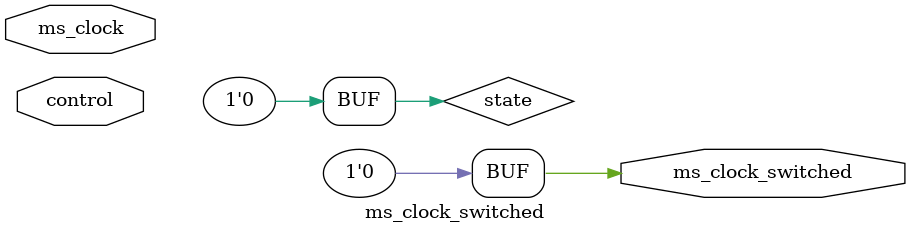
<source format=v>
module ms_clock_switched(ms_clock, control, ms_clock_switched);

	input ms_clock, control;
	output ms_clock_switched;
	reg ms_clock_switched;
	reg state; //0 paused, 1 active
	
	//Basic state machine for toggleing the clock
	always @ (negedge control)
		state <= ~state;
	
	always @ (ms_clock)
		begin
		    if (state === 1'bx) state = 1'b0; // reset
			if (state == 0)
				ms_clock_switched <= 0;
			else
				ms_clock_switched <= ms_clock;
		end
endmodule
</source>
